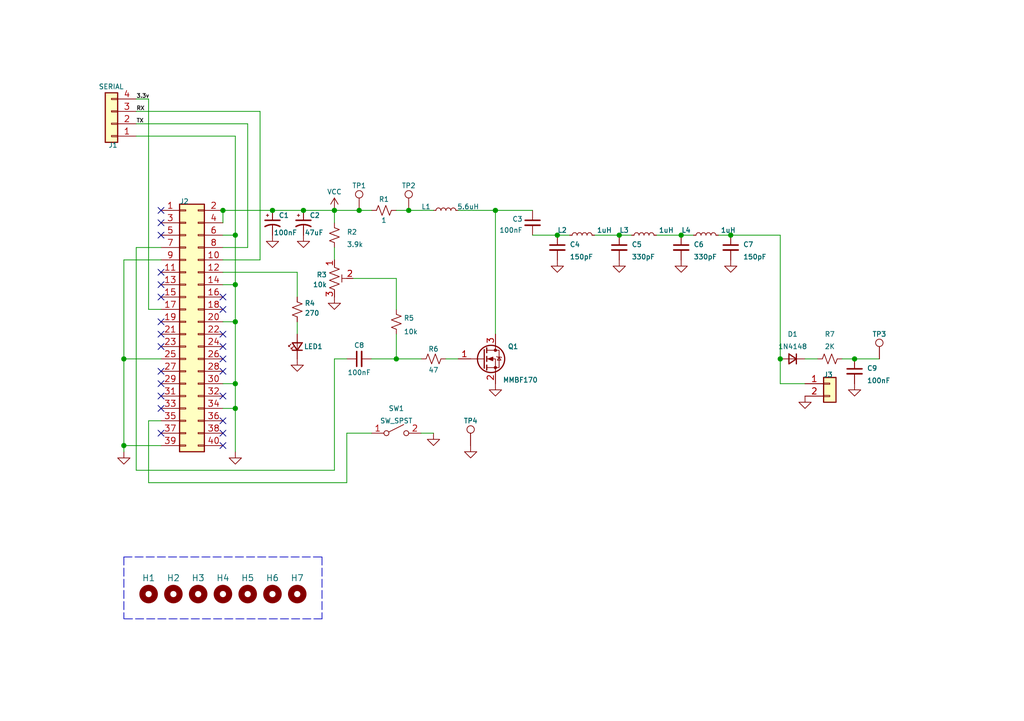
<source format=kicad_sch>
(kicad_sch (version 20211123) (generator eeschema)
  (paper "A5")
  (title_block (title "WSPR 40m Beacon") (rev "1"))
  (lib_symbols
    (symbol "Connector:TestPoint" (pin_numbers hide) (pin_names (offset 0.762) hide)
      (property "Reference" "TP" (at 0 6.858 0))
      (property "Value" "TestPoint" (at 0 5.08 0))
      (symbol "TestPoint_0_1"
        (circle (center 0 3.302) (radius 0.762))
      )
      (symbol "TestPoint_1_1"
        (pin passive line (at 0 0 90) (length 2.54) (name "1") (number "1"))
      )
    )
    (symbol "Connector_Generic:Conn_01x02" (pin_names (offset 1.016) hide)
      (property "Reference" "J" (at 0 2.54 0))
      (property "Value" "Conn_01x02" (at 0 -5.08 0))
      (symbol "Conn_01x02_1_1"
        (rectangle (start -1.27 -2.413) (end 0 -2.667) (stroke (width 0.1524)))
        (rectangle (start -1.27 0.127) (end 0 -0.127) (stroke (width 0.1524)))
        (rectangle (start -1.27 1.27) (end 1.27 -3.81) (stroke (width 0.254)) (fill (type background)))
        (pin passive line (at -5.08 0 0) (length 3.81) (name "Pin_1") (number "1"))
        (pin passive line (at -5.08 -2.54 0) (length 3.81) (name "Pin_2") (number "2"))
      )
    )
    (symbol "Connector_Generic:Conn_01x04" (pin_names (offset 1.016) hide)
      (property "Reference" "J" (at 0 5.08 0))
      (property "Value" "Conn_01x04" (at 0 -7.62 0))
      (symbol "Conn_01x04_1_1"
        (rectangle (start -1.27 -4.953) (end 0 -5.207) (stroke (width 0.1524)))
        (rectangle (start -1.27 -2.413) (end 0 -2.667) (stroke (width 0.1524)))
        (rectangle (start -1.27 0.127) (end 0 -0.127) (stroke (width 0.1524)))
        (rectangle (start -1.27 2.667) (end 0 2.413) (stroke (width 0.1524)))
        (rectangle (start -1.27 3.81) (end 1.27 -6.35) (stroke (width 0.254)) (fill (type background)))
        (pin passive line (at -5.08 2.54 0) (length 3.81) (name "Pin_1") (number "1"))
        (pin passive line (at -5.08 0 0) (length 3.81) (name "Pin_2") (number "2"))
        (pin passive line (at -5.08 -2.54 0) (length 3.81) (name "Pin_3") (number "3"))
        (pin passive line (at -5.08 -5.08 0) (length 3.81) (name "Pin_4") (number "4"))
      )
    )
    (symbol "Connector_Generic:Conn_02x20_Odd_Even" (pin_names (offset 1.016) hide)
      (property "Reference" "J" (at 1.27 25.4 0))
      (property "Value" "Conn_02x20_Odd_Even" (at 1.27 -27.94 0))
      (symbol "Conn_02x20_Odd_Even_1_1"
        (rectangle (start -1.27 -25.273) (end 0 -25.527) (stroke (width 0.1524)))
        (rectangle (start -1.27 -22.733) (end 0 -22.987) (stroke (width 0.1524)))
        (rectangle (start -1.27 -20.193) (end 0 -20.447) (stroke (width 0.1524)))
        (rectangle (start -1.27 -17.653) (end 0 -17.907) (stroke (width 0.1524)))
        (rectangle (start -1.27 -15.113) (end 0 -15.367) (stroke (width 0.1524)))
        (rectangle (start -1.27 -12.573) (end 0 -12.827) (stroke (width 0.1524)))
        (rectangle (start -1.27 -10.033) (end 0 -10.287) (stroke (width 0.1524)))
        (rectangle (start -1.27 -7.493) (end 0 -7.747) (stroke (width 0.1524)))
        (rectangle (start -1.27 -4.953) (end 0 -5.207) (stroke (width 0.1524)))
        (rectangle (start -1.27 -2.413) (end 0 -2.667) (stroke (width 0.1524)))
        (rectangle (start -1.27 0.127) (end 0 -0.127) (stroke (width 0.1524)))
        (rectangle (start -1.27 2.667) (end 0 2.413) (stroke (width 0.1524)))
        (rectangle (start -1.27 5.207) (end 0 4.953) (stroke (width 0.1524)))
        (rectangle (start -1.27 7.747) (end 0 7.493) (stroke (width 0.1524)))
        (rectangle (start -1.27 10.287) (end 0 10.033) (stroke (width 0.1524)))
        (rectangle (start -1.27 12.827) (end 0 12.573) (stroke (width 0.1524)))
        (rectangle (start -1.27 15.367) (end 0 15.113) (stroke (width 0.1524)))
        (rectangle (start -1.27 17.907) (end 0 17.653) (stroke (width 0.1524)))
        (rectangle (start -1.27 20.447) (end 0 20.193) (stroke (width 0.1524)))
        (rectangle (start -1.27 22.987) (end 0 22.733) (stroke (width 0.1524)))
        (rectangle (start -1.27 24.13) (end 3.81 -26.67) (stroke (width 0.254)) (fill (type background)))
        (rectangle (start 3.81 -25.273) (end 2.54 -25.527) (stroke (width 0.1524)))
        (rectangle (start 3.81 -22.733) (end 2.54 -22.987) (stroke (width 0.1524)))
        (rectangle (start 3.81 -20.193) (end 2.54 -20.447) (stroke (width 0.1524)))
        (rectangle (start 3.81 -17.653) (end 2.54 -17.907) (stroke (width 0.1524)))
        (rectangle (start 3.81 -15.113) (end 2.54 -15.367) (stroke (width 0.1524)))
        (rectangle (start 3.81 -12.573) (end 2.54 -12.827) (stroke (width 0.1524)))
        (rectangle (start 3.81 -10.033) (end 2.54 -10.287) (stroke (width 0.1524)))
        (rectangle (start 3.81 -7.493) (end 2.54 -7.747) (stroke (width 0.1524)))
        (rectangle (start 3.81 -4.953) (end 2.54 -5.207) (stroke (width 0.1524)))
        (rectangle (start 3.81 -2.413) (end 2.54 -2.667) (stroke (width 0.1524)))
        (rectangle (start 3.81 0.127) (end 2.54 -0.127) (stroke (width 0.1524)))
        (rectangle (start 3.81 2.667) (end 2.54 2.413) (stroke (width 0.1524)))
        (rectangle (start 3.81 5.207) (end 2.54 4.953) (stroke (width 0.1524)))
        (rectangle (start 3.81 7.747) (end 2.54 7.493) (stroke (width 0.1524)))
        (rectangle (start 3.81 10.287) (end 2.54 10.033) (stroke (width 0.1524)))
        (rectangle (start 3.81 12.827) (end 2.54 12.573) (stroke (width 0.1524)))
        (rectangle (start 3.81 15.367) (end 2.54 15.113) (stroke (width 0.1524)))
        (rectangle (start 3.81 17.907) (end 2.54 17.653) (stroke (width 0.1524)))
        (rectangle (start 3.81 20.447) (end 2.54 20.193) (stroke (width 0.1524)))
        (rectangle (start 3.81 22.987) (end 2.54 22.733) (stroke (width 0.1524)))
        (pin passive line (at -5.08 22.86 0) (length 3.81) (name "Pin_1") (number "1"))
        (pin passive line (at 7.62 12.7 180) (length 3.81) (name "Pin_10") (number "10"))
        (pin passive line (at -5.08 10.16 0) (length 3.81) (name "Pin_11") (number "11"))
        (pin passive line (at 7.62 10.16 180) (length 3.81) (name "Pin_12") (number "12"))
        (pin passive line (at -5.08 7.62 0) (length 3.81) (name "Pin_13") (number "13"))
        (pin passive line (at 7.62 7.62 180) (length 3.81) (name "Pin_14") (number "14"))
        (pin passive line (at -5.08 5.08 0) (length 3.81) (name "Pin_15") (number "15"))
        (pin passive line (at 7.62 5.08 180) (length 3.81) (name "Pin_16") (number "16"))
        (pin passive line (at -5.08 2.54 0) (length 3.81) (name "Pin_17") (number "17"))
        (pin passive line (at 7.62 2.54 180) (length 3.81) (name "Pin_18") (number "18"))
        (pin passive line (at -5.08 0 0) (length 3.81) (name "Pin_19") (number "19"))
        (pin passive line (at 7.62 22.86 180) (length 3.81) (name "Pin_2") (number "2"))
        (pin passive line (at 7.62 0 180) (length 3.81) (name "Pin_20") (number "20"))
        (pin passive line (at -5.08 -2.54 0) (length 3.81) (name "Pin_21") (number "21"))
        (pin passive line (at 7.62 -2.54 180) (length 3.81) (name "Pin_22") (number "22"))
        (pin passive line (at -5.08 -5.08 0) (length 3.81) (name "Pin_23") (number "23"))
        (pin passive line (at 7.62 -5.08 180) (length 3.81) (name "Pin_24") (number "24"))
        (pin passive line (at -5.08 -7.62 0) (length 3.81) (name "Pin_25") (number "25"))
        (pin passive line (at 7.62 -7.62 180) (length 3.81) (name "Pin_26") (number "26"))
        (pin passive line (at -5.08 -10.16 0) (length 3.81) (name "Pin_27") (number "27"))
        (pin passive line (at 7.62 -10.16 180) (length 3.81) (name "Pin_28") (number "28"))
        (pin passive line (at -5.08 -12.7 0) (length 3.81) (name "Pin_29") (number "29"))
        (pin passive line (at -5.08 20.32 0) (length 3.81) (name "Pin_3") (number "3"))
        (pin passive line (at 7.62 -12.7 180) (length 3.81) (name "Pin_30") (number "30"))
        (pin passive line (at -5.08 -15.24 0) (length 3.81) (name "Pin_31") (number "31"))
        (pin passive line (at 7.62 -15.24 180) (length 3.81) (name "Pin_32") (number "32"))
        (pin passive line (at -5.08 -17.78 0) (length 3.81) (name "Pin_33") (number "33"))
        (pin passive line (at 7.62 -17.78 180) (length 3.81) (name "Pin_34") (number "34"))
        (pin passive line (at -5.08 -20.32 0) (length 3.81) (name "Pin_35") (number "35"))
        (pin passive line (at 7.62 -20.32 180) (length 3.81) (name "Pin_36") (number "36"))
        (pin passive line (at -5.08 -22.86 0) (length 3.81) (name "Pin_37") (number "37"))
        (pin passive line (at 7.62 -22.86 180) (length 3.81) (name "Pin_38") (number "38"))
        (pin passive line (at -5.08 -25.4 0) (length 3.81) (name "Pin_39") (number "39"))
        (pin passive line (at 7.62 20.32 180) (length 3.81) (name "Pin_4") (number "4"))
        (pin passive line (at 7.62 -25.4 180) (length 3.81) (name "Pin_40") (number "40"))
        (pin passive line (at -5.08 17.78 0) (length 3.81) (name "Pin_5") (number "5"))
        (pin passive line (at 7.62 17.78 180) (length 3.81) (name "Pin_6") (number "6"))
        (pin passive line (at -5.08 15.24 0) (length 3.81) (name "Pin_7") (number "7"))
        (pin passive line (at 7.62 15.24 180) (length 3.81) (name "Pin_8") (number "8"))
        (pin passive line (at -5.08 12.7 0) (length 3.81) (name "Pin_9") (number "9"))
      )
    )
    (symbol "Device:C_Polarized_Small_US" (pin_numbers hide) (pin_names (offset 0.254) hide)
      (property "Reference" "C" (at 0.254 1.778 0))
      (property "Value" "C_Polarized_Small_US" (at 0.254 -2.032 0))
      (symbol "C_Polarized_Small_US_0_1"
        (polyline (pts (xy -1.524 0.508) (xy 1.524 0.508)) (stroke (width 0.3048)))
        (polyline (pts (xy -1.27 1.524) (xy -0.762 1.524)))
        (polyline (pts (xy -1.016 1.27) (xy -1.016 1.778)))
        (arc (start 1.524 -0.762) (mid 0 -0.3734) (end -1.524 -0.762) (stroke (width 0.3048)))
      )
      (symbol "C_Polarized_Small_US_1_1"
        (pin passive line (at 0 2.54 270) (length 2.032) (name "~") (number "1"))
        (pin passive line (at 0 -2.54 90) (length 2.032) (name "~") (number "2"))
      )
    )
    (symbol "Device:C_Small" (pin_numbers hide) (pin_names (offset 0.254) hide)
      (property "Reference" "C" (at 0.254 1.778 0))
      (property "Value" "C_Small" (at 0.254 -2.032 0))
      (symbol "C_Small_0_1"
        (polyline (pts (xy -1.524 -0.508) (xy 1.524 -0.508)) (stroke (width 0.3302)))
        (polyline (pts (xy -1.524 0.508) (xy 1.524 0.508)) (stroke (width 0.3048)))
      )
      (symbol "C_Small_1_1"
        (pin passive line (at 0 2.54 270) (length 2.032) (name "~") (number "1"))
        (pin passive line (at 0 -2.54 90) (length 2.032) (name "~") (number "2"))
      )
    )
    (symbol "Device:D_Small" (pin_numbers hide) (pin_names (offset 0.254) hide)
      (property "Reference" "D" (at -1.27 2.032 0))
      (property "Value" "D_Small" (at -3.81 -2.032 0))
      (symbol "D_Small_0_1"
        (polyline (pts (xy -0.762 -1.016) (xy -0.762 1.016)) (stroke (width 0.254)))
        (polyline (pts (xy -0.762 0) (xy 0.762 0)))
        (polyline (pts (xy 0.762 -1.016) (xy -0.762 0) (xy 0.762 1.016) (xy 0.762 -1.016)) (stroke (width 0.254)))
      )
      (symbol "D_Small_1_1"
        (pin passive line (at -2.54 0 0) (length 1.778) (name "K") (number "1"))
        (pin passive line (at 2.54 0 180) (length 1.778) (name "A") (number "2"))
      )
    )
    (symbol "Device:LED_Small" (pin_numbers hide) (pin_names (offset 0.254) hide)
      (property "Reference" "D" (at -1.27 3.175 0))
      (property "Value" "LED_Small" (at -4.445 -2.54 0))
      (symbol "LED_Small_0_1"
        (polyline (pts (xy -0.762 -1.016) (xy -0.762 1.016)) (stroke (width 0.254)))
        (polyline (pts (xy 1.016 0) (xy -0.762 0)))
        (polyline (pts (xy 0.762 -1.016) (xy -0.762 0) (xy 0.762 1.016) (xy 0.762 -1.016)) (stroke (width 0.254)))
        (polyline (pts (xy 0 0.762) (xy -0.508 1.27) (xy -0.254 1.27) (xy -0.508 1.27) (xy -0.508 1.016)))
        (polyline (pts (xy 0.508 1.27) (xy 0 1.778) (xy 0.254 1.778) (xy 0 1.778) (xy 0 1.524)))
      )
      (symbol "LED_Small_1_1"
        (pin passive line (at -2.54 0 0) (length 1.778) (name "K") (number "1"))
        (pin passive line (at 2.54 0 180) (length 1.778) (name "A") (number "2"))
      )
    )
    (symbol "Device:L_Small" (pin_numbers hide) (pin_names (offset 0.254) hide)
      (property "Reference" "L" (at 0.762 1.016 0))
      (property "Value" "L_Small" (at 0.762 -1.016 0))
      (symbol "L_Small_0_1"
        (arc (start 0 -2.032) (mid 0.508 -1.524) (end 0 -1.016))
        (arc (start 0 -1.016) (mid 0.508 -0.508) (end 0 0))
        (arc (start 0 0) (mid 0.508 0.508) (end 0 1.016))
        (arc (start 0 1.016) (mid 0.508 1.524) (end 0 2.032))
      )
      (symbol "L_Small_1_1"
        (pin passive line (at 0 2.54 270) (length 0.508) (name "~") (number "1"))
        (pin passive line (at 0 -2.54 90) (length 0.508) (name "~") (number "2"))
      )
    )
    (symbol "Device:R_Potentiometer_Trim_US" (pin_names (offset 1.016) hide)
      (property "Reference" "RV" (at -4.445 0 90))
      (property "Value" "R_Potentiometer_Trim_US" (at -2.54 0 90))
      (symbol "R_Potentiometer_Trim_US_0_1"
        (polyline (pts (xy 0 -2.286) (xy 0 -2.54)))
        (polyline (pts (xy 0 2.286) (xy 0 2.54)))
        (polyline (pts (xy 1.524 0.762) (xy 1.524 -0.762)))
        (polyline (pts (xy 2.54 0) (xy 1.524 0)))
        (polyline (pts (xy 0 -0.762) (xy 1.016 -1.143) (xy 0 -1.524) (xy -1.016 -1.905) (xy 0 -2.286)))
        (polyline (pts (xy 0 0.762) (xy 1.016 0.381) (xy 0 0) (xy -1.016 -0.381) (xy 0 -0.762)))
        (polyline (pts (xy 0 2.286) (xy 1.016 1.905) (xy 0 1.524) (xy -1.016 1.143) (xy 0 0.762)))
      )
      (symbol "R_Potentiometer_Trim_US_1_1"
        (pin passive line (at 0 3.81 270) (length 1.27) (name "1") (number "1"))
        (pin passive line (at 3.81 0 180) (length 1.27) (name "2") (number "2"))
        (pin passive line (at 0 -3.81 90) (length 1.27) (name "3") (number "3"))
      )
    )
    (symbol "Device:R_Small_US" (pin_numbers hide) (pin_names (offset 0.254) hide)
      (property "Reference" "R" (at 0.762 0.508 0))
      (property "Value" "R_Small_US" (at 0.762 -1.016 0))
      (symbol "R_Small_US_1_1"
        (polyline (pts (xy 0 0) (xy 1.016 -0.381) (xy 0 -0.762) (xy -1.016 -1.143) (xy 0 -1.524)))
        (polyline (pts (xy 0 1.524) (xy 1.016 1.143) (xy 0 0.762) (xy -1.016 0.381) (xy 0 0)))
        (pin passive line (at 0 2.54 270) (length 1.016) (name "~") (number "1"))
        (pin passive line (at 0 -2.54 90) (length 1.016) (name "~") (number "2"))
      )
    )
    (symbol "Mechanical:MountingHole" (pin_names (offset 1.016))
      (property "Reference" "H" (at 0 5.08 0))
      (property "Value" "MountingHole" (at 0 3.175 0))
      (symbol "MountingHole_0_1"
        (circle (center 0 0) (radius 1.27) (stroke (width 1.27)))
      )
    )
    (symbol "Switch:SW_SPST" (pin_names (offset 0) hide)
      (property "Reference" "SW" (at 0 3.175 0))
      (property "Value" "SW_SPST" (at 0 -2.54 0))
      (symbol "SW_SPST_0_0"
        (circle (center -2.032 0) (radius 0.508))
        (polyline (pts (xy -1.524 0.254) (xy 1.524 1.778)))
        (circle (center 2.032 0) (radius 0.508))
      )
      (symbol "SW_SPST_1_1"
        (pin passive line (at -5.08 0 0) (length 2.54) (name "A") (number "1"))
        (pin passive line (at 5.08 0 180) (length 2.54) (name "B") (number "2"))
      )
    )
    (symbol "Transistor_FET:MMBF170" (pin_names hide)
      (property "Reference" "Q" (at 5.08 1.905 0))
      (property "Value" "MMBF170" (at 5.08 0 0))
      (symbol "MMBF170_0_1"
        (polyline (pts (xy 0.254 0) (xy -2.54 0)))
        (polyline (pts (xy 0.254 1.905) (xy 0.254 -1.905)) (stroke (width 0.254)))
        (polyline (pts (xy 0.762 -1.27) (xy 0.762 -2.286)) (stroke (width 0.254)))
        (polyline (pts (xy 0.762 0.508) (xy 0.762 -0.508)) (stroke (width 0.254)))
        (polyline (pts (xy 0.762 2.286) (xy 0.762 1.27)) (stroke (width 0.254)))
        (polyline (pts (xy 2.54 2.54) (xy 2.54 1.778)))
        (polyline (pts (xy 2.54 -2.54) (xy 2.54 0) (xy 0.762 0)))
        (polyline (pts (xy 0.762 -1.778) (xy 3.302 -1.778) (xy 3.302 1.778) (xy 0.762 1.778)))
        (polyline (pts (xy 1.016 0) (xy 2.032 0.381) (xy 2.032 -0.381) (xy 1.016 0)) (fill (type outline)))
        (polyline (pts (xy 2.794 0.508) (xy 2.921 0.381) (xy 3.683 0.381) (xy 3.81 0.254)))
        (polyline (pts (xy 3.302 0.381) (xy 2.921 -0.254) (xy 3.683 -0.254) (xy 3.302 0.381)))
        (circle (center 1.651 0) (radius 2.794) (stroke (width 0.254)))
        (circle (center 2.54 -1.778) (radius 0.254) (fill (type outline)))
        (circle (center 2.54 1.778) (radius 0.254) (fill (type outline)))
      )
      (symbol "MMBF170_1_1"
        (pin input line (at -5.08 0 0) (length 2.54) (name "G") (number "1"))
        (pin passive line (at 2.54 -5.08 90) (length 2.54) (name "S") (number "2"))
        (pin passive line (at 2.54 5.08 270) (length 2.54) (name "D") (number "3"))
      )
    )
    (symbol "power:GND" (power) (pin_names (offset 0))
      (property "Value" "GND" (at 0 -3.81 0))
      (symbol "GND_0_1"
        (polyline (pts (xy 0 0) (xy 0 -1.27) (xy 1.27 -1.27) (xy 0 -2.54) (xy -1.27 -1.27) (xy 0 -1.27)))
      )
      (symbol "GND_1_1"
        (pin power_in line (at 0 0 270) (length 0) hide (name "GND") (number "1"))
      )
    )
    (symbol "power:VCC" (power) (pin_names (offset 0))
      (property "Value" "VCC" (at 0 3.81 0))
      (symbol "VCC_0_1"
        (polyline (pts (xy -0.762 1.27) (xy 0 2.54)))
        (polyline (pts (xy 0 0) (xy 0 2.54)))
        (polyline (pts (xy 0 2.54) (xy 0.762 1.27)))
      )
      (symbol "VCC_1_1"
        (pin power_in line (at 0 0 90) (length 0) hide (name "VCC") (number "1"))
      )
    )
  )
  (junction (at 175.26 73.66))
  (junction (at 160.02 73.66))
  (junction (at 149.86 48.26))
  (junction (at 83.82 43.18))
  (junction (at 101.6 43.18))
  (junction (at 48.26 58.42))
  (junction (at 25.4 73.66))
  (junction (at 55.88 43.18))
  (junction (at 45.72 43.18))
  (junction (at 48.26 66.04))
  (junction (at 48.26 48.26))
  (junction (at 139.7 48.26))
  (junction (at 25.4 91.44))
  (junction (at 127 48.26))
  (junction (at 62.23 43.18))
  (junction (at 114.3 48.26))
  (junction (at 48.26 83.82))
  (junction (at 68.58 43.18))
  (junction (at 48.26 78.74))
  (junction (at 81.28 73.66))
  (junction (at 73.66 43.18))
  (no_connect (at 33.02 60.96))
  (no_connect (at 33.02 58.42))
  (no_connect (at 33.02 66.04))
  (no_connect (at 33.02 68.58))
  (no_connect (at 33.02 71.12))
  (no_connect (at 45.72 60.96))
  (no_connect (at 33.02 55.88))
  (no_connect (at 45.72 63.5))
  (no_connect (at 33.02 45.72))
  (no_connect (at 33.02 48.26))
  (no_connect (at 33.02 43.18))
  (no_connect (at 45.72 91.44))
  (no_connect (at 45.72 68.58))
  (no_connect (at 45.72 76.2))
  (no_connect (at 33.02 81.28))
  (no_connect (at 45.72 81.28))
  (no_connect (at 45.72 86.36))
  (no_connect (at 33.02 88.9))
  (no_connect (at 45.72 73.66))
  (no_connect (at 33.02 76.2))
  (no_connect (at 45.72 71.12))
  (no_connect (at 33.02 78.74))
  (no_connect (at 45.72 88.9))
  (no_connect (at 33.02 83.82))
  (wire (pts (xy 88.9 88.9) (xy 86.36 88.9)))
  (wire (pts (xy 48.26 78.74) (xy 45.72 78.74)))
  (wire (pts (xy 72.39 57.15) (xy 81.28 57.15)))
  (wire (pts (xy 25.4 91.44) (xy 25.4 73.66)))
  (wire (pts (xy 33.02 91.44) (xy 25.4 91.44)))
  (wire (pts (xy 45.72 45.72) (xy 45.72 43.18)))
  (wire (pts (xy 114.3 48.26) (xy 116.84 48.26)))
  (wire (pts (xy 27.94 27.94) (xy 48.26 27.94)))
  (wire (pts (xy 27.94 96.52) (xy 68.58 96.52)))
  (wire (pts (xy 160.02 78.74) (xy 165.1 78.74)))
  (wire (pts (xy 25.4 73.66) (xy 25.4 53.34)))
  (wire (pts (xy 53.34 53.34) (xy 53.34 22.86)))
  (wire (pts (xy 81.28 57.15) (xy 81.28 63.5)))
  (wire (pts (xy 71.12 88.9) (xy 71.12 99.06)))
  (wire (pts (xy 160.02 48.26) (xy 160.02 73.66)))
  (wire (pts (xy 48.26 48.26) (xy 45.72 48.26)))
  (wire (pts (xy 33.02 50.8) (xy 27.94 50.8)))
  (wire (pts (xy 62.23 43.18) (xy 68.58 43.18)))
  (wire (pts (xy 48.26 48.26) (xy 48.26 27.94)))
  (wire (pts (xy 48.26 92.71) (xy 48.26 83.82)))
  (wire (pts (xy 160.02 73.66) (xy 160.02 78.74)))
  (wire (pts (xy 53.34 22.86) (xy 27.94 22.86)))
  (wire (pts (xy 48.26 78.74) (xy 48.26 66.04)))
  (wire (pts (xy 101.6 43.18) (xy 101.6 68.58)))
  (wire (pts (xy 45.72 53.34) (xy 53.34 53.34)))
  (wire (pts (xy 68.58 50.8) (xy 68.58 53.34)))
  (wire (pts (xy 48.26 66.04) (xy 45.72 66.04)))
  (wire (pts (xy 121.92 48.26) (xy 127 48.26)))
  (wire (pts (xy 48.26 66.04) (xy 48.26 58.42)))
  (wire (pts (xy 68.58 96.52) (xy 68.58 73.66)))
  (wire (pts (xy 27.94 20.32) (xy 30.48 20.32)))
  (wire (pts (xy 45.72 50.8) (xy 50.8 50.8)))
  (wire (pts (xy 93.98 43.18) (xy 101.6 43.18)))
  (wire (pts (xy 60.96 66.04) (xy 60.96 68.58)))
  (wire (pts (xy 101.6 43.18) (xy 109.22 43.18)))
  (polyline (pts (xy 66.04 114.3) (xy 66.04 127)))
  (wire (pts (xy 73.66 43.18) (xy 76.2 43.18)))
  (wire (pts (xy 30.48 99.06) (xy 71.12 99.06)))
  (wire (pts (xy 55.88 43.18) (xy 62.23 43.18)))
  (polyline (pts (xy 25.4 114.3) (xy 66.04 114.3)))
  (wire (pts (xy 175.26 73.66) (xy 180.34 73.66)))
  (polyline (pts (xy 66.04 127) (xy 25.4 127)))
  (wire (pts (xy 149.86 48.26) (xy 160.02 48.26)))
  (wire (pts (xy 83.82 43.18) (xy 88.9 43.18)))
  (wire (pts (xy 48.26 58.42) (xy 45.72 58.42)))
  (wire (pts (xy 30.48 20.32) (xy 30.48 63.5)))
  (wire (pts (xy 134.62 48.26) (xy 139.7 48.26)))
  (wire (pts (xy 30.48 63.5) (xy 33.02 63.5)))
  (wire (pts (xy 48.26 83.82) (xy 48.26 78.74)))
  (wire (pts (xy 81.28 73.66) (xy 86.36 73.66)))
  (wire (pts (xy 50.8 25.4) (xy 27.94 25.4)))
  (wire (pts (xy 60.96 55.88) (xy 60.96 60.96)))
  (wire (pts (xy 50.8 50.8) (xy 50.8 25.4)))
  (wire (pts (xy 81.28 43.18) (xy 83.82 43.18)))
  (wire (pts (xy 147.32 48.26) (xy 149.86 48.26)))
  (wire (pts (xy 139.7 48.26) (xy 142.24 48.26)))
  (wire (pts (xy 91.44 73.66) (xy 93.98 73.66)))
  (wire (pts (xy 30.48 86.36) (xy 30.48 99.06)))
  (wire (pts (xy 127 48.26) (xy 129.54 48.26)))
  (wire (pts (xy 68.58 73.66) (xy 71.12 73.66)))
  (wire (pts (xy 33.02 86.36) (xy 30.48 86.36)))
  (wire (pts (xy 71.12 88.9) (xy 76.2 88.9)))
  (wire (pts (xy 68.58 43.18) (xy 73.66 43.18)))
  (wire (pts (xy 25.4 73.66) (xy 33.02 73.66)))
  (wire (pts (xy 172.72 73.66) (xy 175.26 73.66)))
  (wire (pts (xy 48.26 58.42) (xy 48.26 48.26)))
  (wire (pts (xy 25.4 91.44) (xy 25.4 92.71)))
  (wire (pts (xy 68.58 43.18) (xy 68.58 45.72)))
  (wire (pts (xy 45.72 55.88) (xy 60.96 55.88)))
  (wire (pts (xy 81.28 73.66) (xy 81.28 68.58)))
  (wire (pts (xy 76.2 73.66) (xy 81.28 73.66)))
  (wire (pts (xy 109.22 48.26) (xy 114.3 48.26)))
  (polyline (pts (xy 25.4 114.3) (xy 25.4 127)))
  (wire (pts (xy 45.72 43.18) (xy 55.88 43.18)))
  (wire (pts (xy 25.4 53.34) (xy 33.02 53.34)))
  (wire (pts (xy 27.94 50.8) (xy 27.94 96.52)))
  (wire (pts (xy 48.26 83.82) (xy 45.72 83.82)))
  (wire (pts (xy 165.1 73.66) (xy 167.64 73.66)))
  (label "RX" (at 27.94 22.86 0) (effects (font (size 0.8 0.8))))
  (label "3.3v" (at 27.94 20.32 0) (effects (font (size 0.8 0.8))))
  (label "TX" (at 27.94 25.4 0) (effects (font (size 0.8 0.8))))
  (symbol (lib_id "power:GND") (at 114.3 53.34 0) (unit 1)
    (property "Reference" "#PWR04" (effects hide))
    (property "Value" "GND" (effects hide))
  )
  (symbol (lib_id "power:GND") (at 101.6 78.74 0) (unit 1)
    (property "Reference" "#PWR010" (effects hide))
    (property "Value" "GND" (effects hide))
  )
  (symbol (lib_id "power:GND") (at 175.26 78.74 0) (unit 1)
    (property "Reference" "#PWR011" (effects hide))
    (property "Value" "GND" (effects hide))
  )
  (symbol (lib_id "Device:R_Small_US") (at 78.74 43.18 90) (unit 1)
    (property "Reference" "R1" (at 78.74 40.894 90) (effects (font (size 1 1))))
    (property "Value" "1" (at 78.74 45.212 90) (effects (font (size 1 1))))
    (property "Footprint" "Resistor_SMD:R_0603_1608Metric" (effects hide))
  )
  (symbol (lib_id "Device:R_Small_US") (at 60.96 63.5 180) (unit 1)
    (property "Reference" "R4" (at 62.484 62.23 0) (effects (font (size 1 1)) (justify right)))
    (property "Value" "270" (at 62.484 64.262 0) (effects (font (size 1 1)) (justify right)))
    (property "Footprint" "Resistor_SMD:R_0603_1608Metric" (effects hide))
  )
  (symbol (lib_id "Device:C_Polarized_Small_US") (at 55.88 45.72 0) (unit 1)
    (property "Reference" "C1" (at 57.15 44.196 0) (effects (font (size 1 1)) (justify left)))
    (property "Value" "100nF" (at 56.134 47.752 0) (effects (font (size 1 1)) (justify left)))
    (property "Footprint" "Capacitor_SMD:C_0603_1608Metric" (effects hide))
  )
  (symbol (lib_id "power:GND") (at 55.88 48.26 0) (unit 1)
    (property "Reference" "#PWR02" (effects hide))
    (property "Value" "GND" (effects hide))
  )
  (symbol (lib_id "Mechanical:MountingHole") (at 40.64 121.92 0) (unit 1)
    (property "Reference" "H3" (at 40.64 118.618 0))
    (property "Value" "MountingHole" (effects hide))
    (property "Footprint" "MountingHole:MountingHole_3.2mm_M3_DIN965_Pad" (effects hide))
  )
  (symbol (lib_id "Mechanical:MountingHole") (at 60.96 121.92 0) (unit 1)
    (property "Reference" "H7" (at 60.96 118.618 0))
    (property "Value" "MountingHole" (effects hide))
    (property "Footprint" "MountingHole:mousebites" (effects hide))
  )
  (symbol (lib_id "power:GND") (at 149.86 53.34 0) (unit 1)
    (property "Reference" "#PWR07" (effects hide))
    (property "Value" "GND" (effects hide))
  )
  (symbol (lib_id "power:VCC") (at 68.58 43.18 0) (unit 1)
    (property "Reference" "#PWR01" (effects hide))
    (property "Value" "VCC" (at 68.58 39.37 0) (effects (font (size 1 1))))
  )
  (symbol (lib_id "Device:R_Potentiometer_Trim_US") (at 68.58 57.15 0) (unit 1)
    (property "Reference" "R3" (at 67.056 56.388 0) (effects (font (size 1 1)) (justify right)))
    (property "Value" "10k" (at 67.056 58.42 0) (effects (font (size 1 1)) (justify right)))
    (property "Footprint" "Potentiometer_SMD:Potentiometer_Bourns_3314J_Vertical" (effects hide))
  )
  (symbol (lib_id "Connector:TestPoint") (at 96.52 91.44 0) (unit 1)
    (property "Reference" "TP4" (at 96.52 86.36 0) (effects (font (size 1 1))))
    (property "Value" "TestPoint" (effects hide))
    (property "Footprint" "TestPoint:TestPoint_Pad_D1.5mm" (effects hide))
  )
  (symbol (lib_id "Device:R_Small_US") (at 88.9 73.66 90) (unit 1)
    (property "Reference" "R6" (at 88.9 71.628 90) (effects (font (size 1 1))))
    (property "Value" "47" (at 88.9 75.946 90) (effects (font (size 1 1))))
    (property "Footprint" "Resistor_SMD:R_0603_1608Metric" (effects hide))
  )
  (symbol (lib_id "Connector_Generic:Conn_02x20_Odd_Even") (at 38.1 66.04 0) (unit 1)
    (property "Reference" "J2" (at 36.83 41.91 0) (effects (font (size 1 1)) (justify left bottom)))
    (property "Value" "Conn_02x20_Odd_Even" (effects hide))
    (property "Footprint" "Connector_PinSocket_2.54mm:PinSocket_2x20_P2.54mm_Vertical" (effects hide))
  )
  (symbol (lib_id "Device:L_Small") (at 132.08 48.26 90) (unit 1)
    (property "Reference" "L3" (at 128.016 47.244 90) (effects (font (size 1 1))))
    (property "Value" "1uH" (at 136.652 47.244 90) (effects (font (size 1 1))))
    (property "Footprint" "Inductor_SMD:L_1210_3225Metric" (effects hide))
  )
  (symbol (lib_id "Device:C_Small") (at 109.22 45.72 0) (unit 1)
    (property "Reference" "C3" (at 107.188 44.958 0) (effects (font (size 1 1)) (justify right)))
    (property "Value" "100nF" (at 107.188 47.244 0) (effects (font (size 1 1)) (justify right)))
    (property "Footprint" "Capacitor_SMD:C_0603_1608Metric" (effects hide))
  )
  (symbol (lib_id "Mechanical:MountingHole") (at 55.88 121.92 0) (unit 1)
    (property "Reference" "H6" (at 55.88 118.618 0))
    (property "Value" "MountingHole" (effects hide))
    (property "Footprint" "MountingHole:mousebites" (effects hide))
  )
  (symbol (lib_id "power:GND") (at 96.52 91.44 0) (unit 1)
    (property "Reference" "#PWR014" (effects hide))
    (property "Value" "GND" (effects hide))
  )
  (symbol (lib_id "Mechanical:MountingHole") (at 30.48 121.92 0) (unit 1)
    (property "Reference" "H1" (at 30.48 118.618 0))
    (property "Value" "MountingHole" (effects hide))
    (property "Footprint" "MountingHole:MountingHole_3.2mm_M3_DIN965_Pad" (effects hide))
  )
  (symbol (lib_id "power:GND") (at 48.26 92.71 0) (unit 1)
    (property "Reference" "#PWR016" (effects hide))
    (property "Value" "GND" (effects hide))
  )
  (symbol (lib_id "Device:C_Small") (at 175.26 76.2 0) (unit 1)
    (property "Reference" "C9" (at 177.8 75.5713 0) (effects (font (size 1 1)) (justify left)))
    (property "Value" "100nF" (at 177.8 78.1113 0) (effects (font (size 1 1)) (justify left)))
    (property "Footprint" "Capacitor_SMD:C_0603_1608Metric" (effects hide))
  )
  (symbol (lib_id "Connector:TestPoint") (at 180.34 73.66 0) (unit 1)
    (property "Reference" "TP3" (at 180.34 68.58 0) (effects (font (size 1 1))))
    (property "Value" "TestPoint" (effects hide))
    (property "Footprint" "TestPoint:TestPoint_Pad_D1.5mm" (effects hide))
  )
  (symbol (lib_id "Mechanical:MountingHole") (at 45.72 121.92 0) (unit 1)
    (property "Reference" "H4" (at 45.72 118.618 0))
    (property "Value" "MountingHole" (effects hide))
    (property "Footprint" "MountingHole:MountingHole_3.2mm_M3_DIN965_Pad" (effects hide))
  )
  (symbol (lib_id "Device:R_Small_US") (at 68.58 48.26 180) (unit 1)
    (property "Reference" "R2" (at 71.12 47.625 0) (effects (font (size 1 1)) (justify right)))
    (property "Value" "3.9k" (at 71.12 50.165 0) (effects (font (size 1 1)) (justify right)))
    (property "Footprint" "Resistor_SMD:R_0603_1608Metric" (effects hide))
  )
  (symbol (lib_id "Transistor_FET:MMBF170") (at 99.06 73.66 0) (unit 1)
    (property "Reference" "Q1" (at 104.14 71.12 0) (effects (font (size 1 1)) (justify left)))
    (property "Value" "MMBF170" (at 103.124 77.978 0) (effects (font (size 1 1)) (justify left)))
    (property "Footprint" "Package_TO_SOT_SMD:SOT-23" (effects hide))
    (property "Datasheet" "https://www.diodes.com/assets/Datasheets/ds30104.pdf" (effects hide))
  )
  (symbol (lib_id "Device:D_Small") (at 162.56 73.66 180) (unit 1)
    (property "Reference" "D1" (at 162.56 68.58 0) (effects (font (size 1 1))))
    (property "Value" "1N4148" (at 162.56 71.12 0) (effects (font (size 1 1))))
    (property "Footprint" "Diode_SMD:D_SOD-123F" (effects hide))
  )
  (symbol (lib_id "Device:C_Small") (at 73.66 73.66 90) (unit 1)
    (property "Reference" "C8" (at 73.66 70.866 90) (effects (font (size 1 1))))
    (property "Value" "100nF" (at 73.66 76.454 90) (effects (font (size 1 1))))
    (property "Footprint" "Capacitor_SMD:C_0603_1608Metric" (effects hide))
  )
  (symbol (lib_id "power:GND") (at 68.58 60.96 0) (unit 1)
    (property "Reference" "#PWR08" (effects hide))
    (property "Value" "GND" (effects hide))
  )
  (symbol (lib_id "power:GND") (at 139.7 53.34 0) (unit 1)
    (property "Reference" "#PWR06" (effects hide))
    (property "Value" "GND" (effects hide))
  )
  (symbol (lib_id "Device:LED_Small") (at 60.96 71.12 90) (unit 1)
    (property "Reference" "LED1" (at 64.262 71.12 90) (effects (font (size 1 1))))
    (property "Value" "LED_Small" (effects hide))
    (property "Footprint" "LED_SMD:LED_0805_2012Metric" (effects hide))
  )
  (symbol (lib_id "Connector_Generic:Conn_01x02") (at 170.18 78.74 0) (unit 1)
    (property "Reference" "J3" (at 168.91 77.47 0) (effects (font (size 1 1)) (justify left bottom)))
    (property "Value" "Conn_01x02" (effects hide))
    (property "Footprint" "Connector_Coaxial:SMA_Amphenol_901-144_Vertical" (effects hide))
  )
  (symbol (lib_id "Device:L_Small") (at 119.38 48.26 90) (unit 1)
    (property "Reference" "L2" (at 115.316 47.244 90) (effects (font (size 1 1))))
    (property "Value" "1uH" (at 123.952 47.244 90) (effects (font (size 1 1))))
    (property "Footprint" "Inductor_SMD:L_1210_3225Metric" (effects hide))
  )
  (symbol (lib_id "Device:L_Small") (at 144.78 48.26 90) (unit 1)
    (property "Reference" "L4" (at 140.716 47.244 90) (effects (font (size 1 1))))
    (property "Value" "1uH" (at 149.352 47.244 90) (effects (font (size 1 1))))
    (property "Footprint" "Inductor_SMD:L_1210_3225Metric" (effects hide))
  )
  (symbol (lib_id "Device:C_Small") (at 114.3 50.8 0) (unit 1)
    (property "Reference" "C4" (at 116.84 50.1713 0) (effects (font (size 1 1)) (justify left)))
    (property "Value" "150pF" (at 116.84 52.7113 0) (effects (font (size 1 1)) (justify left)))
    (property "Footprint" "Capacitor_SMD:C_0603_1608Metric" (effects hide))
  )
  (symbol (lib_id "Device:R_Small_US") (at 81.28 66.04 0) (unit 1)
    (property "Reference" "R5" (at 82.804 65.278 0) (effects (font (size 1 1)) (justify left)))
    (property "Value" "10k" (at 82.804 68.072 0) (effects (font (size 1 1)) (justify left)))
    (property "Footprint" "Resistor_SMD:R_0603_1608Metric" (effects hide))
  )
  (symbol (lib_id "Mechanical:MountingHole") (at 50.8 121.92 0) (unit 1)
    (property "Reference" "H5" (at 50.8 118.618 0))
    (property "Value" "MountingHole" (effects hide))
    (property "Footprint" "MountingHole:MountingHole_3.2mm_M3_DIN965_Pad" (effects hide))
  )
  (symbol (lib_id "Connector_Generic:Conn_01x04") (at 22.86 25.4 180) (unit 1)
    (property "Reference" "J1" (at 24.13 29.21 0) (effects (font (size 1 1)) (justify left bottom)))
    (property "Value" "SERIAL" (at 25.4 17.78 0) (effects (font (size 1 1)) (justify left)))
    (property "Footprint" "Connector_PinHeader_2.00mm:PinHeader_1x04_P2.00mm_Vertical" (effects hide))
  )
  (symbol (lib_id "power:GND") (at 60.96 73.66 0) (unit 1)
    (property "Reference" "#PWR09" (effects hide))
    (property "Value" "GND" (effects hide))
  )
  (symbol (lib_id "Device:R_Small_US") (at 170.18 73.66 90) (unit 1)
    (property "Reference" "R7" (at 170.18 68.58 90) (effects (font (size 1 1))))
    (property "Value" "2K" (at 170.18 71.12 90) (effects (font (size 1 1))))
    (property "Footprint" "Resistor_SMD:R_0603_1608Metric" (effects hide))
  )
  (symbol (lib_id "Device:C_Small") (at 139.7 50.8 0) (unit 1)
    (property "Reference" "C6" (at 142.24 50.1713 0) (effects (font (size 1 1)) (justify left)))
    (property "Value" "330pF" (at 142.24 52.7113 0) (effects (font (size 1 1)) (justify left)))
    (property "Footprint" "Capacitor_SMD:C_0603_1608Metric" (effects hide))
  )
  (symbol (lib_id "power:GND") (at 165.1 81.28 0) (unit 1)
    (property "Reference" "#PWR012" (effects hide))
    (property "Value" "GND" (effects hide))
  )
  (symbol (lib_id "Device:C_Polarized_Small_US") (at 62.23 45.72 0) (unit 1)
    (property "Reference" "C2" (at 63.5 44.196 0) (effects (font (size 1 1)) (justify left)))
    (property "Value" "47uF" (at 62.484 47.752 0) (effects (font (size 1 1)) (justify left)))
    (property "Footprint" "Capacitor_SMD:C_0805_2012Metric" (effects hide))
  )
  (symbol (lib_id "power:GND") (at 25.4 92.71 0) (unit 1)
    (property "Reference" "#PWR015" (effects hide))
    (property "Value" "GND" (effects hide))
  )
  (symbol (lib_id "power:GND") (at 88.9 88.9 0) (unit 1)
    (property "Reference" "#PWR013" (effects hide))
    (property "Value" "GND" (effects hide))
  )
  (symbol (lib_id "Device:C_Small") (at 149.86 50.8 0) (unit 1)
    (property "Reference" "C7" (at 152.4 50.1713 0) (effects (font (size 1 1)) (justify left)))
    (property "Value" "150pF" (at 152.4 52.7113 0) (effects (font (size 1 1)) (justify left)))
    (property "Footprint" "Capacitor_SMD:C_0603_1608Metric" (effects hide))
  )
  (symbol (lib_id "Device:C_Small") (at 127 50.8 0) (unit 1)
    (property "Reference" "C5" (at 129.54 50.1713 0) (effects (font (size 1 1)) (justify left)))
    (property "Value" "330pF" (at 129.54 52.7113 0) (effects (font (size 1 1)) (justify left)))
    (property "Footprint" "Capacitor_SMD:C_0603_1608Metric" (effects hide))
  )
  (symbol (lib_id "Connector:TestPoint") (at 83.82 43.18 0) (unit 1)
    (property "Reference" "TP2" (at 83.82 38.1 0) (effects (font (size 1 1))))
    (property "Value" "TestPoint" (effects hide))
    (property "Footprint" "TestPoint:TestPoint_Pad_D1.5mm" (effects hide))
  )
  (symbol (lib_id "Device:L_Small") (at 91.44 43.18 90) (unit 1)
    (property "Reference" "L1" (at 87.376 42.418 90) (effects (font (size 1 1))))
    (property "Value" "5.6uH" (at 96.012 42.418 90) (effects (font (size 1 1))))
    (property "Footprint" "Inductor_SMD:L_1008_2520Metric" (effects hide))
  )
  (symbol (lib_id "power:GND") (at 62.23 48.26 0) (unit 1)
    (property "Reference" "#PWR03" (effects hide))
    (property "Value" "GND" (effects hide))
  )
  (symbol (lib_id "Switch:SW_SPST") (at 81.28 88.9 0) (unit 1)
    (property "Reference" "SW1" (at 81.28 83.82 0) (effects (font (size 1 1))))
    (property "Value" "SW_SPST" (at 81.28 86.36 0) (effects (font (size 1 1))))
    (property "Footprint" "Button_Switch_SMD:SW_SPST_SKQG_WithoutStem" (effects hide))
  )
  (symbol (lib_id "power:GND") (at 127 53.34 0) (unit 1)
    (property "Reference" "#PWR05" (effects hide))
    (property "Value" "GND" (effects hide))
  )
  (symbol (lib_id "Connector:TestPoint") (at 73.66 43.18 0) (unit 1)
    (property "Reference" "TP1" (at 73.66 38.1 0) (effects (font (size 1 1))))
    (property "Value" "TestPoint" (effects hide))
    (property "Footprint" "TestPoint:TestPoint_Pad_D1.5mm" (effects hide))
  )
  (symbol (lib_id "Mechanical:MountingHole") (at 35.56 121.92 0) (unit 1)
    (property "Reference" "H2" (at 35.56 118.618 0))
    (property "Value" "MountingHole" (effects hide))
    (property "Footprint" "MountingHole:MountingHole_3.2mm_M3_DIN965_Pad" (effects hide))
  )
)
</source>
